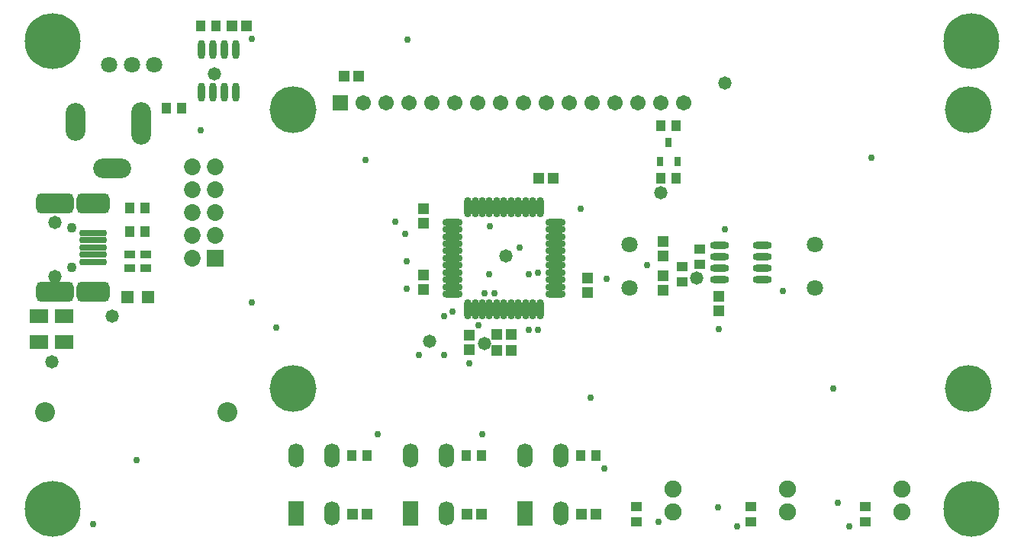
<source format=gts>
%FSLAX44Y44*%
%MOMM*%
G71*
G01*
G75*
G04 Layer_Color=8388736*
%ADD10C,0.2540*%
%ADD11C,0.5080*%
%ADD12C,0.5842*%
%ADD13C,1.2700*%
%ADD14R,0.9000X1.0000*%
%ADD15R,1.0160X0.7620*%
%ADD16R,1.8000X1.3000*%
%ADD17R,1.1430X1.2700*%
%ADD18R,1.0000X1.0000*%
%ADD19R,1.0000X1.0000*%
%ADD20R,1.0000X0.9000*%
G04:AMPARAMS|DCode=21|XSize=2.8mm|YSize=0.5mm|CornerRadius=0.125mm|HoleSize=0mm|Usage=FLASHONLY|Rotation=180.000|XOffset=0mm|YOffset=0mm|HoleType=Round|Shape=RoundedRectangle|*
%AMROUNDEDRECTD21*
21,1,2.8000,0.2500,0,0,180.0*
21,1,2.5500,0.5000,0,0,180.0*
1,1,0.2500,-1.2750,0.1250*
1,1,0.2500,1.2750,0.1250*
1,1,0.2500,1.2750,-0.1250*
1,1,0.2500,-1.2750,-0.1250*
%
%ADD21ROUNDEDRECTD21*%
G04:AMPARAMS|DCode=22|XSize=3.5mm|YSize=2.05mm|CornerRadius=0.5125mm|HoleSize=0mm|Usage=FLASHONLY|Rotation=180.000|XOffset=0mm|YOffset=0mm|HoleType=Round|Shape=RoundedRectangle|*
%AMROUNDEDRECTD22*
21,1,3.5000,1.0250,0,0,180.0*
21,1,2.4750,2.0500,0,0,180.0*
1,1,1.0250,-1.2375,0.5125*
1,1,1.0250,1.2375,0.5125*
1,1,1.0250,1.2375,-0.5125*
1,1,1.0250,-1.2375,-0.5125*
%
%ADD22ROUNDEDRECTD22*%
G04:AMPARAMS|DCode=23|XSize=4mm|YSize=2.05mm|CornerRadius=0.5125mm|HoleSize=0mm|Usage=FLASHONLY|Rotation=180.000|XOffset=0mm|YOffset=0mm|HoleType=Round|Shape=RoundedRectangle|*
%AMROUNDEDRECTD23*
21,1,4.0000,1.0250,0,0,180.0*
21,1,2.9750,2.0500,0,0,180.0*
1,1,1.0250,-1.4875,0.5125*
1,1,1.0250,1.4875,0.5125*
1,1,1.0250,1.4875,-0.5125*
1,1,1.0250,-1.4875,-0.5125*
%
%ADD23ROUNDEDRECTD23*%
G04:AMPARAMS|DCode=24|XSize=3.5mm|YSize=2.05mm|CornerRadius=0.5125mm|HoleSize=0mm|Usage=FLASHONLY|Rotation=180.000|XOffset=0mm|YOffset=0mm|HoleType=Round|Shape=RoundedRectangle|*
%AMROUNDEDRECTD24*
21,1,3.5000,1.0250,0,0,180.0*
21,1,2.4750,2.0500,0,0,180.0*
1,1,1.0250,-1.2375,0.5125*
1,1,1.0250,1.2375,0.5125*
1,1,1.0250,1.2375,-0.5125*
1,1,1.0250,-1.2375,-0.5125*
%
%ADD24ROUNDEDRECTD24*%
%ADD25O,0.6000X1.9000*%
%ADD26O,1.9000X0.6000*%
%ADD27O,0.6000X2.0500*%
%ADD28O,2.0500X0.6000*%
%ADD29R,0.6000X0.8500*%
%ADD30C,1.0160*%
%ADD31C,0.7620*%
%ADD32C,0.3810*%
%ADD33R,2.5250X7.2000*%
%ADD34R,4.1500X2.0750*%
%ADD35R,2.7250X2.0750*%
%ADD36R,1.2250X7.2000*%
%ADD37C,1.6500*%
%ADD38R,1.6500X1.6500*%
%ADD39C,1.6000*%
%ADD40O,1.5000X2.5000*%
%ADD41R,1.5000X2.5000*%
%ADD42O,4.0000X2.0000*%
%ADD43O,2.0000X4.5000*%
%ADD44O,2.0000X4.0000*%
%ADD45C,2.0000*%
%ADD46C,1.7000*%
%ADD47C,0.9000*%
%ADD48C,6.0000*%
%ADD49C,1.5000*%
%ADD50R,1.5000X1.5000*%
%ADD51C,5.0000*%
%ADD52C,0.7000*%
%ADD53C,1.2700*%
%ADD54C,0.2500*%
%ADD55C,0.2000*%
%ADD56C,1.0000*%
%ADD57C,0.6000*%
%ADD58C,0.1000*%
%ADD59C,0.5000*%
%ADD60C,0.1016*%
%ADD61R,1.9000X4.1000*%
%ADD62R,1.7500X7.7750*%
%ADD63R,3.1250X0.8750*%
%ADD64R,1.1032X1.2032*%
%ADD65R,1.2192X0.9652*%
%ADD66R,2.0032X1.5032*%
%ADD67R,1.3462X1.4732*%
%ADD68R,1.2032X1.2032*%
%ADD69R,1.2032X1.2032*%
%ADD70R,1.2032X1.1032*%
G04:AMPARAMS|DCode=71|XSize=3.0032mm|YSize=0.7032mm|CornerRadius=0.2266mm|HoleSize=0mm|Usage=FLASHONLY|Rotation=180.000|XOffset=0mm|YOffset=0mm|HoleType=Round|Shape=RoundedRectangle|*
%AMROUNDEDRECTD71*
21,1,3.0032,0.2500,0,0,180.0*
21,1,2.5500,0.7032,0,0,180.0*
1,1,0.4532,-1.2750,0.1250*
1,1,0.4532,1.2750,0.1250*
1,1,0.4532,1.2750,-0.1250*
1,1,0.4532,-1.2750,-0.1250*
%
%ADD71ROUNDEDRECTD71*%
G04:AMPARAMS|DCode=72|XSize=3.7032mm|YSize=2.2532mm|CornerRadius=0.6141mm|HoleSize=0mm|Usage=FLASHONLY|Rotation=180.000|XOffset=0mm|YOffset=0mm|HoleType=Round|Shape=RoundedRectangle|*
%AMROUNDEDRECTD72*
21,1,3.7032,1.0250,0,0,180.0*
21,1,2.4750,2.2532,0,0,180.0*
1,1,1.2282,-1.2375,0.5125*
1,1,1.2282,1.2375,0.5125*
1,1,1.2282,1.2375,-0.5125*
1,1,1.2282,-1.2375,-0.5125*
%
%ADD72ROUNDEDRECTD72*%
G04:AMPARAMS|DCode=73|XSize=4.2032mm|YSize=2.2532mm|CornerRadius=0.6141mm|HoleSize=0mm|Usage=FLASHONLY|Rotation=180.000|XOffset=0mm|YOffset=0mm|HoleType=Round|Shape=RoundedRectangle|*
%AMROUNDEDRECTD73*
21,1,4.2032,1.0250,0,0,180.0*
21,1,2.9750,2.2532,0,0,180.0*
1,1,1.2282,-1.4875,0.5125*
1,1,1.2282,1.4875,0.5125*
1,1,1.2282,1.4875,-0.5125*
1,1,1.2282,-1.4875,-0.5125*
%
%ADD73ROUNDEDRECTD73*%
G04:AMPARAMS|DCode=74|XSize=3.7032mm|YSize=2.2532mm|CornerRadius=0.6141mm|HoleSize=0mm|Usage=FLASHONLY|Rotation=180.000|XOffset=0mm|YOffset=0mm|HoleType=Round|Shape=RoundedRectangle|*
%AMROUNDEDRECTD74*
21,1,3.7032,1.0250,0,0,180.0*
21,1,2.4750,2.2532,0,0,180.0*
1,1,1.2282,-1.2375,0.5125*
1,1,1.2282,1.2375,0.5125*
1,1,1.2282,1.2375,-0.5125*
1,1,1.2282,-1.2375,-0.5125*
%
%ADD74ROUNDEDRECTD74*%
%ADD75O,0.8032X2.1032*%
%ADD76O,2.1032X0.8032*%
%ADD77O,0.8032X2.2532*%
%ADD78O,2.2532X0.8032*%
%ADD79R,0.8032X1.0532*%
%ADD80C,1.8532*%
%ADD81R,1.8532X1.8532*%
%ADD82C,1.8032*%
%ADD83O,1.7032X2.7032*%
%ADD84R,1.7032X2.7032*%
%ADD85O,4.2032X2.2032*%
%ADD86O,2.2032X4.7032*%
%ADD87O,2.2032X4.2032*%
%ADD88C,2.2032*%
%ADD89C,1.9032*%
%ADD90C,1.1032*%
%ADD91C,6.2032*%
%ADD92C,1.7032*%
%ADD93R,1.7032X1.7032*%
%ADD94C,5.2032*%
%ADD95C,0.7508*%
%ADD96C,1.4732*%
D64*
X143120Y347980D02*
D03*
X126120D02*
D03*
X143120Y374650D02*
D03*
X126120D02*
D03*
X166760Y485140D02*
D03*
X183760D02*
D03*
X204860Y576580D02*
D03*
X221860D02*
D03*
X732400Y466090D02*
D03*
X715400D02*
D03*
X626500Y99060D02*
D03*
X643500D02*
D03*
X499500D02*
D03*
X516500D02*
D03*
X372500D02*
D03*
X389500D02*
D03*
X732400Y407670D02*
D03*
X715400D02*
D03*
D65*
X125730Y322580D02*
D03*
Y307340D02*
D03*
X143510Y322580D02*
D03*
Y307340D02*
D03*
D66*
X53340Y254530D02*
D03*
Y225530D02*
D03*
X25400D02*
D03*
Y254530D02*
D03*
D67*
X146050Y275590D02*
D03*
X123190D02*
D03*
D68*
X533020Y233680D02*
D03*
X549020D02*
D03*
X380110Y520700D02*
D03*
X364110D02*
D03*
X255650Y576580D02*
D03*
X239650D02*
D03*
X533020Y215900D02*
D03*
X549020D02*
D03*
X596010Y407670D02*
D03*
X580010D02*
D03*
X643000Y34290D02*
D03*
X627000D02*
D03*
X516000D02*
D03*
X500000D02*
D03*
X389000D02*
D03*
X373000D02*
D03*
D69*
X717550Y298830D02*
D03*
Y282830D02*
D03*
Y320930D02*
D03*
Y336930D02*
D03*
X633730Y296290D02*
D03*
Y280290D02*
D03*
X452120Y357760D02*
D03*
Y373760D02*
D03*
Y284100D02*
D03*
Y300100D02*
D03*
X502920Y216790D02*
D03*
Y232790D02*
D03*
X779780Y259970D02*
D03*
Y275970D02*
D03*
D70*
X815340Y25790D02*
D03*
Y42790D02*
D03*
X688340Y25790D02*
D03*
Y42790D02*
D03*
X942340Y25790D02*
D03*
Y42790D02*
D03*
X758190Y311540D02*
D03*
Y328540D02*
D03*
X739140Y292490D02*
D03*
Y309490D02*
D03*
D71*
X85090Y330710D02*
D03*
Y314710D02*
D03*
Y322710D02*
D03*
Y346710D02*
D03*
Y338710D02*
D03*
D72*
X85340Y281460D02*
D03*
D73*
X42840D02*
D03*
Y379960D02*
D03*
D74*
X85340D02*
D03*
D75*
X205740Y503550D02*
D03*
X218440D02*
D03*
X231140D02*
D03*
X243840D02*
D03*
X205740Y550550D02*
D03*
X218440D02*
D03*
X231140D02*
D03*
X243840D02*
D03*
D76*
X780410Y332740D02*
D03*
Y320040D02*
D03*
Y307340D02*
D03*
Y294640D02*
D03*
X827410Y332740D02*
D03*
Y320040D02*
D03*
Y307340D02*
D03*
Y294640D02*
D03*
D77*
X501020Y261770D02*
D03*
X509020D02*
D03*
X517020D02*
D03*
X525020D02*
D03*
X533020D02*
D03*
X541020D02*
D03*
X549020D02*
D03*
X557020D02*
D03*
X565020D02*
D03*
X573020D02*
D03*
X581020D02*
D03*
Y375770D02*
D03*
X573020D02*
D03*
X565020D02*
D03*
X557020D02*
D03*
X549020D02*
D03*
X541020D02*
D03*
X533020D02*
D03*
X525020D02*
D03*
X517020D02*
D03*
X509020D02*
D03*
X501020D02*
D03*
D78*
X598020Y278770D02*
D03*
Y286770D02*
D03*
Y294770D02*
D03*
Y302770D02*
D03*
Y310770D02*
D03*
Y318770D02*
D03*
Y326770D02*
D03*
Y334770D02*
D03*
Y342770D02*
D03*
Y350770D02*
D03*
Y358770D02*
D03*
X484020D02*
D03*
Y350770D02*
D03*
Y342770D02*
D03*
Y334770D02*
D03*
Y326770D02*
D03*
Y318770D02*
D03*
Y310770D02*
D03*
Y302770D02*
D03*
Y294770D02*
D03*
Y286770D02*
D03*
Y278770D02*
D03*
D79*
X714400Y426130D02*
D03*
X733400D02*
D03*
X723900Y447630D02*
D03*
D80*
X195580Y420370D02*
D03*
X220980D02*
D03*
X195580Y394970D02*
D03*
X220980D02*
D03*
X195580Y369570D02*
D03*
X220980D02*
D03*
X195580Y344170D02*
D03*
X220980D02*
D03*
X195580Y318770D02*
D03*
D81*
X220980D02*
D03*
D82*
X680720Y334280D02*
D03*
Y285480D02*
D03*
X103270Y533400D02*
D03*
X128270D02*
D03*
X153270D02*
D03*
X886460Y285480D02*
D03*
Y334280D02*
D03*
D83*
X477200Y99810D02*
D03*
X437200D02*
D03*
X477200Y34810D02*
D03*
X604200Y99810D02*
D03*
X564200D02*
D03*
X604200Y34810D02*
D03*
X350200Y99810D02*
D03*
X310200D02*
D03*
X350200Y34810D02*
D03*
D84*
X437200D02*
D03*
X564200D02*
D03*
X310200D02*
D03*
D85*
X106270Y418630D02*
D03*
D86*
X138270Y468630D02*
D03*
D87*
X66110Y469900D02*
D03*
D88*
X32190Y147320D02*
D03*
X234440D02*
D03*
D89*
X728980Y62230D02*
D03*
Y36830D02*
D03*
X855980Y62230D02*
D03*
Y36830D02*
D03*
X982980Y62230D02*
D03*
Y36830D02*
D03*
D90*
X61840Y308710D02*
D03*
Y352710D02*
D03*
D91*
X1060000Y560000D02*
D03*
Y40000D02*
D03*
X40000Y560000D02*
D03*
Y40000D02*
D03*
D92*
X740529Y491262D02*
D03*
X715129D02*
D03*
X689729D02*
D03*
X664329D02*
D03*
X638929D02*
D03*
X613529D02*
D03*
X588129D02*
D03*
X562729D02*
D03*
X537329D02*
D03*
X511929D02*
D03*
X486529D02*
D03*
X461129D02*
D03*
X435729D02*
D03*
X410329D02*
D03*
X384929D02*
D03*
D93*
X359529D02*
D03*
D94*
X307340Y483870D02*
D03*
Y173990D02*
D03*
X1056640Y483870D02*
D03*
Y173990D02*
D03*
D95*
X519430Y279400D02*
D03*
X530860D02*
D03*
X483870Y259080D02*
D03*
X474980Y254000D02*
D03*
X431800Y345440D02*
D03*
X433070Y314960D02*
D03*
X579120Y302260D02*
D03*
X568960Y238760D02*
D03*
X579120Y239014D02*
D03*
X800100Y20320D02*
D03*
X712470Y25400D02*
D03*
X652780Y85090D02*
D03*
X516890Y123190D02*
D03*
X401320D02*
D03*
X204470Y461010D02*
D03*
X924560Y20320D02*
D03*
X447040Y210820D02*
D03*
X474980D02*
D03*
X568960Y300990D02*
D03*
X513080Y243840D02*
D03*
X502920Y201930D02*
D03*
X420172Y359410D02*
D03*
X433070Y284480D02*
D03*
X626110Y373380D02*
D03*
X655320Y295910D02*
D03*
X699770Y311150D02*
D03*
X786130Y350520D02*
D03*
X779780Y240030D02*
D03*
X261620Y562610D02*
D03*
Y269240D02*
D03*
X288290Y241300D02*
D03*
X85090Y22860D02*
D03*
X850900Y281940D02*
D03*
X911860Y46990D02*
D03*
X434340Y561340D02*
D03*
X948690Y430530D02*
D03*
X906780Y173990D02*
D03*
X133145Y94185D02*
D03*
X387350Y427990D02*
D03*
X637540Y163830D02*
D03*
X525780Y354330D02*
D03*
X524510Y300990D02*
D03*
X558800Y330200D02*
D03*
X778510Y41910D02*
D03*
D96*
X39370Y203200D02*
D03*
X106680Y254000D02*
D03*
X458470Y226060D02*
D03*
X519430Y223520D02*
D03*
X543560Y321310D02*
D03*
X786130Y513080D02*
D03*
X755210Y296350D02*
D03*
X219710Y523240D02*
D03*
X42840Y358480D02*
D03*
Y298110D02*
D03*
X715010Y391160D02*
D03*
M02*

</source>
